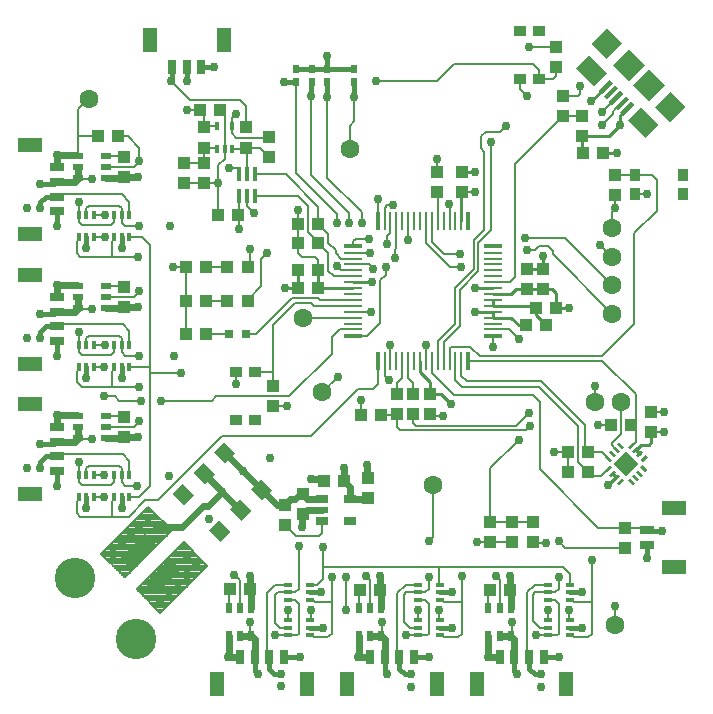
<source format=gtl>
G75*
%MOIN*%
%OFA0B0*%
%FSLAX24Y24*%
%IPPOS*%
%LPD*%
%AMOC8*
5,1,8,0,0,1.08239X$1,22.5*
%
%ADD10R,0.0110X0.0591*%
%ADD11R,0.0591X0.0110*%
%ADD12R,0.0157X0.0591*%
%ADD13R,0.0591X0.0157*%
%ADD14R,0.0394X0.0394*%
%ADD15R,0.0157X0.0531*%
%ADD16R,0.0827X0.0630*%
%ADD17R,0.0709X0.0748*%
%ADD18R,0.0748X0.0748*%
%ADD19R,0.0394X0.0354*%
%ADD20R,0.0354X0.0394*%
%ADD21R,0.0394X0.0315*%
%ADD22R,0.0394X0.0236*%
%ADD23R,0.0500X0.1181*%
%ADD24C,0.1349*%
%ADD25R,0.0315X0.0315*%
%ADD26R,0.0236X0.0315*%
%ADD27R,0.0472X0.0315*%
%ADD28R,0.0846X0.0512*%
%ADD29R,0.0315X0.0472*%
%ADD30R,0.0512X0.0846*%
%ADD31R,0.0354X0.0217*%
%ADD32R,0.0165X0.0303*%
%ADD33R,0.0303X0.0165*%
%ADD34R,0.0217X0.0354*%
%ADD35R,0.0140X0.0500*%
%ADD36R,0.0098X0.0236*%
%ADD37R,0.0591X0.0591*%
%ADD38C,0.0630*%
%ADD39R,0.0472X0.0551*%
%ADD40C,0.0079*%
%ADD41C,0.0302*%
%ADD42C,0.0236*%
%ADD43C,0.0157*%
%ADD44C,0.0197*%
%ADD45C,0.0089*%
%ADD46C,0.0110*%
%ADD47C,0.0217*%
D10*
X013013Y011970D03*
X013210Y011970D03*
X013407Y011970D03*
X013604Y011970D03*
X013801Y011970D03*
X013998Y011970D03*
X014194Y011970D03*
X014391Y011970D03*
X014588Y011970D03*
X014785Y011970D03*
X014982Y011970D03*
X015179Y011970D03*
X015376Y011970D03*
X015572Y011970D03*
X015572Y016616D03*
X015376Y016616D03*
X015179Y016616D03*
X014982Y016616D03*
X014785Y016616D03*
X014588Y016616D03*
X014391Y016616D03*
X014194Y016616D03*
X013998Y016616D03*
X013801Y016616D03*
X013604Y016616D03*
X013407Y016616D03*
X013210Y016616D03*
X013013Y016616D03*
D11*
X011970Y015572D03*
X011970Y015376D03*
X011970Y015179D03*
X011970Y014982D03*
X011970Y014785D03*
X011970Y014588D03*
X011970Y014391D03*
X011970Y014194D03*
X011970Y013998D03*
X011970Y013801D03*
X011970Y013604D03*
X011970Y013407D03*
X011970Y013210D03*
X011970Y013013D03*
X016616Y013013D03*
X016616Y013210D03*
X016616Y013407D03*
X016616Y013604D03*
X016616Y013801D03*
X016616Y013998D03*
X016616Y014194D03*
X016616Y014391D03*
X016616Y014588D03*
X016616Y014785D03*
X016616Y014982D03*
X016616Y015179D03*
X016616Y015376D03*
X016616Y015572D03*
D12*
X015793Y016616D03*
X012793Y016616D03*
X012793Y011970D03*
X015793Y011970D03*
D13*
X016616Y012793D03*
X016616Y015793D03*
X011970Y015793D03*
X011970Y012793D03*
D14*
X010809Y014411D03*
X010809Y015002D03*
X010139Y015002D03*
X010139Y014411D03*
X010139Y015907D03*
X010139Y016537D03*
X010809Y016537D03*
X010809Y015907D03*
X008446Y015080D03*
X007777Y015080D03*
X007069Y015080D03*
X006399Y015080D03*
X006399Y013978D03*
X007069Y013978D03*
X007777Y013978D03*
X008446Y013978D03*
X007069Y012876D03*
X006399Y012876D03*
X004332Y013761D03*
X004332Y014431D03*
X007462Y016813D03*
X008131Y016813D03*
X007009Y017895D03*
X006340Y017895D03*
X006340Y018565D03*
X007009Y018565D03*
X007009Y019076D03*
X007009Y019746D03*
X006872Y020317D03*
X007541Y020317D03*
X008387Y019746D03*
X008387Y019076D03*
X009175Y018761D03*
X009175Y019431D03*
X004332Y018761D03*
X004332Y018092D03*
X004116Y019450D03*
X003446Y019450D03*
X009293Y011124D03*
X009293Y010454D03*
X010998Y007954D03*
X011667Y007954D03*
X012454Y008072D03*
X012454Y007403D03*
X010285Y007533D03*
X010285Y006864D03*
X009679Y007171D03*
X009679Y006502D03*
X008525Y004372D03*
X007856Y004372D03*
X012187Y004332D03*
X012856Y004332D03*
X016517Y004332D03*
X017187Y004332D03*
X017246Y005927D03*
X017246Y006596D03*
X017954Y006596D03*
X017954Y005927D03*
X016537Y005927D03*
X016537Y006596D03*
X019116Y008269D03*
X019785Y008269D03*
X019785Y008939D03*
X019116Y008939D03*
X020572Y009844D03*
X021242Y009844D03*
X021891Y009588D03*
X021891Y010257D03*
X018407Y013151D03*
X018722Y013742D03*
X018053Y013742D03*
X017738Y013151D03*
X017757Y014352D03*
X018309Y014352D03*
X018309Y015021D03*
X017757Y015021D03*
X015592Y017580D03*
X015592Y018250D03*
X014765Y018250D03*
X014765Y017580D03*
X018978Y020139D03*
X019608Y020139D03*
X019608Y019470D03*
X019628Y018899D03*
X020297Y018899D03*
X020710Y018171D03*
X020710Y017502D03*
X018978Y020809D03*
X018742Y021754D03*
X018742Y022423D03*
X014529Y010848D03*
X013978Y010848D03*
X013427Y010848D03*
X013427Y010179D03*
X012891Y010167D03*
X012222Y010167D03*
X013978Y010179D03*
X014529Y010179D03*
X021025Y006399D03*
X021025Y005730D03*
X004332Y009431D03*
X004332Y010100D03*
D15*
G36*
X020511Y021345D02*
X020621Y021235D01*
X020247Y020861D01*
X020137Y020971D01*
X020511Y021345D01*
G37*
G36*
X020692Y021164D02*
X020802Y021054D01*
X020428Y020680D01*
X020318Y020790D01*
X020692Y021164D01*
G37*
G36*
X020873Y020983D02*
X020983Y020873D01*
X020609Y020499D01*
X020499Y020609D01*
X020873Y020983D01*
G37*
G36*
X021054Y020802D02*
X021164Y020692D01*
X020790Y020318D01*
X020680Y020428D01*
X021054Y020802D01*
G37*
G36*
X021235Y020621D02*
X021345Y020511D01*
X020971Y020137D01*
X020861Y020247D01*
X021235Y020621D01*
G37*
D16*
G36*
X021569Y020426D02*
X022152Y019843D01*
X021707Y019398D01*
X021124Y019981D01*
X021569Y020426D01*
G37*
G36*
X019843Y022152D02*
X020426Y021569D01*
X019981Y021124D01*
X019398Y021707D01*
X019843Y022152D01*
G37*
D17*
G36*
X020441Y023057D02*
X020941Y022557D01*
X020413Y022029D01*
X019913Y022529D01*
X020441Y023057D01*
G37*
G36*
X022557Y020941D02*
X023057Y020441D01*
X022529Y019913D01*
X022029Y020413D01*
X022557Y020941D01*
G37*
D18*
G36*
X021819Y021679D02*
X022347Y021151D01*
X021819Y020623D01*
X021291Y021151D01*
X021819Y021679D01*
G37*
G36*
X021151Y022347D02*
X021679Y021819D01*
X021151Y021291D01*
X020623Y021819D01*
X021151Y022347D01*
G37*
D19*
X018151Y022974D03*
X017521Y022974D03*
X017521Y021360D03*
X018151Y021360D03*
X008702Y011596D03*
X008072Y011596D03*
X008072Y009982D03*
X008702Y009982D03*
D20*
X021360Y017521D03*
X021360Y018151D03*
X022974Y018151D03*
X022974Y017521D03*
D21*
X011876Y007376D03*
X011876Y006628D03*
X010931Y006628D03*
X010931Y007376D03*
D22*
X010931Y007002D03*
D23*
G36*
X005391Y004203D02*
X005038Y004556D01*
X005871Y005389D01*
X006224Y005036D01*
X005391Y004203D01*
G37*
G36*
X004556Y005038D02*
X004203Y005391D01*
X005036Y006224D01*
X005389Y005871D01*
X004556Y005038D01*
G37*
D24*
X002686Y004718D03*
X004718Y002686D03*
D25*
X007817Y012876D03*
X008407Y012876D03*
D26*
X010057Y021265D03*
X010057Y021698D03*
X010584Y021698D03*
X010584Y021265D03*
X011112Y021265D03*
X011112Y021698D03*
X011994Y021698D03*
X011994Y021265D03*
D27*
X002088Y018427D03*
X002088Y017935D03*
X002088Y017443D03*
X002088Y016950D03*
X002088Y014096D03*
X002088Y013604D03*
X002088Y013112D03*
X002088Y012620D03*
X002088Y009765D03*
X002088Y009273D03*
X002088Y008781D03*
X002088Y008289D03*
X021773Y006320D03*
X021773Y005828D03*
D28*
X022677Y005080D03*
X022677Y007069D03*
X001185Y007541D03*
X001185Y010513D03*
X001185Y011872D03*
X001185Y014844D03*
X001185Y016202D03*
X001185Y019175D03*
D29*
X005927Y021773D03*
X006419Y021773D03*
X006911Y021773D03*
X008191Y002088D03*
X008683Y002088D03*
X009175Y002088D03*
X009667Y002088D03*
X012521Y002088D03*
X013013Y002088D03*
X013506Y002088D03*
X013998Y002088D03*
X016852Y002088D03*
X017344Y002088D03*
X017836Y002088D03*
X018328Y002088D03*
D30*
X019076Y001185D03*
X016104Y001185D03*
X014746Y001185D03*
X011773Y001185D03*
X010415Y001185D03*
X007443Y001185D03*
X007659Y022677D03*
X005179Y022677D03*
D31*
X003742Y018801D03*
X003742Y018427D03*
X003742Y018053D03*
X002797Y018053D03*
X002797Y018427D03*
X002797Y018801D03*
X002797Y014470D03*
X002797Y014096D03*
X002797Y013722D03*
X003742Y013722D03*
X003742Y014096D03*
X003742Y014470D03*
X003742Y010139D03*
X003742Y009765D03*
X003742Y009391D03*
X002797Y009391D03*
X002797Y009765D03*
X002797Y010139D03*
D32*
X002817Y011754D03*
X003072Y011754D03*
X003328Y011754D03*
X003998Y011754D03*
X004254Y011754D03*
X004509Y011754D03*
X004509Y012502D03*
X004254Y012502D03*
X003998Y012502D03*
X003328Y012502D03*
X003072Y012502D03*
X002817Y012502D03*
X002817Y016084D03*
X003072Y016084D03*
X003328Y016084D03*
X003998Y016084D03*
X004254Y016084D03*
X004509Y016084D03*
X004509Y016832D03*
X004254Y016832D03*
X003998Y016832D03*
X003328Y016832D03*
X003072Y016832D03*
X002817Y016832D03*
X007423Y019037D03*
X007679Y019037D03*
X007935Y019037D03*
X007935Y019785D03*
X007423Y019785D03*
X004509Y008171D03*
X004254Y008171D03*
X003998Y008171D03*
X003328Y008171D03*
X003072Y008171D03*
X002817Y008171D03*
X002817Y007423D03*
X003072Y007423D03*
X003328Y007423D03*
X003998Y007423D03*
X004254Y007423D03*
X004509Y007423D03*
D33*
X009785Y004509D03*
X009785Y004254D03*
X009785Y003998D03*
X009785Y003328D03*
X009785Y003072D03*
X009785Y002817D03*
X010533Y002817D03*
X010533Y003072D03*
X010533Y003328D03*
X010533Y003998D03*
X010533Y004254D03*
X010533Y004509D03*
X014116Y004509D03*
X014116Y004254D03*
X014116Y003998D03*
X014116Y003328D03*
X014116Y003072D03*
X014116Y002817D03*
X014864Y002817D03*
X014864Y003072D03*
X014864Y003328D03*
X014864Y003998D03*
X014864Y004254D03*
X014864Y004509D03*
X018446Y004509D03*
X018446Y004254D03*
X018446Y003998D03*
X018446Y003328D03*
X018446Y003072D03*
X018446Y002817D03*
X019194Y002817D03*
X019194Y003072D03*
X019194Y003328D03*
X019194Y003998D03*
X019194Y004254D03*
X019194Y004509D03*
D34*
X017226Y003742D03*
X016852Y003742D03*
X016478Y003742D03*
X016478Y002797D03*
X016852Y002797D03*
X017226Y002797D03*
X012895Y002797D03*
X012521Y002797D03*
X012147Y002797D03*
X012147Y003742D03*
X012521Y003742D03*
X012895Y003742D03*
X008565Y003742D03*
X008191Y003742D03*
X007817Y003742D03*
X007817Y002797D03*
X008191Y002797D03*
X008565Y002797D03*
D35*
X008687Y017476D03*
X008427Y017476D03*
X008167Y017476D03*
X008167Y018196D03*
X008427Y018196D03*
X008687Y018196D03*
D36*
G36*
X020584Y008678D02*
X020514Y008608D01*
X020348Y008774D01*
X020418Y008844D01*
X020584Y008678D01*
G37*
G36*
X020723Y008817D02*
X020653Y008747D01*
X020487Y008913D01*
X020557Y008983D01*
X020723Y008817D01*
G37*
G36*
X020862Y008956D02*
X020792Y008886D01*
X020626Y009052D01*
X020696Y009122D01*
X020862Y008956D01*
G37*
G36*
X021002Y009095D02*
X020932Y009025D01*
X020766Y009191D01*
X020836Y009261D01*
X021002Y009095D01*
G37*
G36*
X021198Y009025D02*
X021128Y009095D01*
X021294Y009261D01*
X021364Y009191D01*
X021198Y009025D01*
G37*
G36*
X021337Y008886D02*
X021267Y008956D01*
X021433Y009122D01*
X021503Y009052D01*
X021337Y008886D01*
G37*
G36*
X021476Y008747D02*
X021406Y008817D01*
X021572Y008983D01*
X021642Y008913D01*
X021476Y008747D01*
G37*
G36*
X021615Y008608D02*
X021545Y008678D01*
X021711Y008844D01*
X021781Y008774D01*
X021615Y008608D01*
G37*
G36*
X021781Y008316D02*
X021711Y008246D01*
X021545Y008412D01*
X021615Y008482D01*
X021781Y008316D01*
G37*
G36*
X021642Y008177D02*
X021572Y008107D01*
X021406Y008273D01*
X021476Y008343D01*
X021642Y008177D01*
G37*
G36*
X021503Y008038D02*
X021433Y007968D01*
X021267Y008134D01*
X021337Y008204D01*
X021503Y008038D01*
G37*
G36*
X021364Y007898D02*
X021294Y007828D01*
X021128Y007994D01*
X021198Y008064D01*
X021364Y007898D01*
G37*
G36*
X020836Y007828D02*
X020766Y007898D01*
X020932Y008064D01*
X021002Y007994D01*
X020836Y007828D01*
G37*
G36*
X020696Y007968D02*
X020626Y008038D01*
X020792Y008204D01*
X020862Y008134D01*
X020696Y007968D01*
G37*
G36*
X020557Y008107D02*
X020487Y008177D01*
X020653Y008343D01*
X020723Y008273D01*
X020557Y008107D01*
G37*
G36*
X020418Y008246D02*
X020348Y008316D01*
X020514Y008482D01*
X020584Y008412D01*
X020418Y008246D01*
G37*
D37*
G36*
X021065Y008128D02*
X020648Y008545D01*
X021065Y008962D01*
X021482Y008545D01*
X021065Y008128D01*
G37*
D38*
X020907Y010592D03*
X020041Y010592D03*
X020592Y013545D03*
X020592Y014490D03*
X020592Y015435D03*
X020592Y016380D03*
X014643Y007828D03*
X010943Y010915D03*
X010293Y013411D03*
X011848Y019033D03*
X003151Y020710D03*
X020710Y003151D03*
D39*
G36*
X009269Y007657D02*
X008935Y007323D01*
X008547Y007711D01*
X008881Y008045D01*
X009269Y007657D01*
G37*
G36*
X008573Y006961D02*
X008239Y006627D01*
X007851Y007015D01*
X008185Y007349D01*
X008573Y006961D01*
G37*
G36*
X007877Y006265D02*
X007543Y005931D01*
X007155Y006319D01*
X007489Y006653D01*
X007877Y006265D01*
G37*
G36*
X006653Y007489D02*
X006319Y007155D01*
X005931Y007543D01*
X006265Y007877D01*
X006653Y007489D01*
G37*
G36*
X007349Y008185D02*
X007015Y007851D01*
X006627Y008239D01*
X006961Y008573D01*
X007349Y008185D01*
G37*
G36*
X008045Y008881D02*
X007711Y008547D01*
X007323Y008935D01*
X007657Y009269D01*
X008045Y008881D01*
G37*
D40*
X007600Y009450D02*
X010553Y009450D01*
X012128Y011025D01*
X012639Y011025D01*
X012793Y011179D01*
X012793Y011970D01*
X013013Y011970D02*
X013013Y011478D01*
X013151Y011340D01*
X013427Y011222D02*
X013427Y010848D01*
X013427Y011222D02*
X013604Y011399D01*
X013604Y011970D01*
X013801Y011970D02*
X013801Y011399D01*
X013978Y011222D01*
X013978Y010848D01*
X013978Y010179D02*
X013978Y009883D01*
X014057Y009805D01*
X017403Y009805D01*
X017836Y010238D01*
X017876Y009805D02*
X017718Y009647D01*
X013545Y009647D01*
X013427Y009765D01*
X013427Y010179D01*
X013415Y010167D01*
X012891Y010167D01*
X012222Y010167D02*
X012222Y010655D01*
X011458Y011431D02*
X010943Y010915D01*
X009844Y010789D02*
X007403Y010789D01*
X007246Y010631D01*
X005553Y010631D01*
X004883Y010631D02*
X004175Y010631D01*
X004017Y010789D01*
X003663Y010789D01*
X003939Y011104D02*
X004844Y011104D01*
X005198Y011576D02*
X006222Y011576D01*
X005198Y011576D02*
X005198Y011734D01*
X005179Y011754D01*
X004509Y011754D01*
X004372Y012128D02*
X004844Y012128D01*
X005198Y011734D02*
X005198Y015828D01*
X004943Y016084D01*
X004509Y016084D01*
X004372Y016458D02*
X004844Y016458D01*
X004372Y016458D02*
X004254Y016576D01*
X004254Y016832D01*
X004254Y017049D01*
X004175Y017128D01*
X003151Y017128D01*
X003072Y017049D01*
X003072Y016832D01*
X002817Y016832D02*
X002817Y016596D01*
X002915Y016498D01*
X003899Y016498D01*
X003998Y016596D01*
X003998Y016832D01*
X003683Y016832D02*
X003328Y016832D01*
X002817Y016832D02*
X002817Y017246D01*
X002167Y017521D02*
X004254Y017521D01*
X004509Y017265D01*
X004509Y016832D01*
X003998Y016084D02*
X003998Y016006D01*
X003939Y015946D01*
X003939Y015435D01*
X004805Y015435D01*
X003939Y015435D02*
X002876Y015435D01*
X002757Y015553D01*
X002757Y015946D01*
X002817Y016006D01*
X002817Y016084D01*
X003328Y016084D02*
X003683Y016084D01*
X002167Y017521D02*
X002088Y017443D01*
X002797Y018053D02*
X002817Y018033D01*
X003269Y018033D01*
X003742Y018427D02*
X004647Y018427D01*
X004844Y018624D01*
X004844Y019057D01*
X004450Y019450D01*
X004116Y019450D01*
X003446Y019450D02*
X002797Y019450D01*
X002797Y018801D01*
X002797Y019450D02*
X002797Y020356D01*
X003151Y020710D01*
X003742Y018801D02*
X004293Y018801D01*
X004332Y018761D01*
X006340Y018565D02*
X007009Y018565D01*
X007009Y019076D01*
X007383Y019076D01*
X007423Y019037D01*
X007679Y019037D02*
X007679Y018702D01*
X007462Y018486D01*
X007462Y017895D01*
X007009Y017895D01*
X006340Y017895D01*
X007462Y017895D02*
X007462Y016813D01*
X008131Y016813D02*
X008167Y016848D01*
X008167Y016356D01*
X008167Y016848D02*
X008167Y017476D01*
X008427Y017476D02*
X008427Y017128D01*
X008663Y016891D01*
X008687Y017476D02*
X010125Y017476D01*
X010474Y017128D01*
X010474Y016261D01*
X010809Y015927D01*
X010809Y015907D01*
X011143Y015572D01*
X011143Y014962D01*
X011320Y014785D01*
X011970Y014785D01*
X011970Y014982D02*
X011557Y014982D01*
X011419Y015120D01*
X011557Y015376D02*
X011380Y015553D01*
X011380Y015671D01*
X011143Y015907D01*
X011143Y016202D01*
X010809Y016537D01*
X010809Y017108D01*
X009720Y018196D01*
X008687Y018196D01*
X008427Y018196D02*
X008427Y019037D01*
X008387Y019076D01*
X008407Y019057D01*
X008860Y019057D01*
X009155Y018761D01*
X009175Y018761D01*
X009155Y019411D02*
X009175Y019431D01*
X009155Y019411D02*
X008072Y019411D01*
X007935Y019549D01*
X007935Y019785D01*
X007935Y020061D01*
X008072Y020198D01*
X007679Y020179D02*
X007541Y020317D01*
X007521Y020297D01*
X007679Y020179D02*
X007679Y019037D01*
X007935Y019037D02*
X008348Y019037D01*
X008387Y019076D01*
X008167Y018387D02*
X007836Y018387D01*
X008167Y018387D02*
X008167Y018196D01*
X008387Y019746D02*
X008387Y020474D01*
X008191Y020671D01*
X006537Y020671D01*
X005907Y021301D01*
X006419Y020317D02*
X006872Y020317D01*
X007009Y020179D01*
X007009Y019746D01*
X007049Y019785D01*
X007423Y019785D01*
X006872Y020317D02*
X006852Y020297D01*
X010057Y021265D02*
X010057Y018214D01*
X011419Y016852D01*
X011419Y016576D01*
X011813Y016576D02*
X011813Y016891D01*
X010553Y018151D01*
X010553Y020789D01*
X011112Y020757D02*
X011112Y018065D01*
X012246Y016931D01*
X012246Y016576D01*
X012793Y016616D02*
X012797Y016620D01*
X012797Y017364D01*
X013013Y017069D02*
X013013Y016616D01*
X013210Y016616D02*
X013210Y016242D01*
X013112Y016143D01*
X013112Y015868D01*
X013348Y015671D02*
X013348Y015395D01*
X013348Y015671D02*
X013407Y015730D01*
X013407Y016616D01*
X013801Y016616D02*
X013801Y016006D01*
X014391Y015887D02*
X014391Y016616D01*
X014588Y016616D02*
X014588Y015927D01*
X015002Y015513D01*
X015513Y015513D01*
X015986Y015041D02*
X015986Y015986D01*
X016340Y016340D01*
X016340Y018939D01*
X016222Y019057D01*
X016222Y019450D01*
X016380Y019608D01*
X016852Y019608D01*
X017049Y019805D01*
X016557Y019273D02*
X016557Y016320D01*
X016143Y015907D01*
X016143Y014962D01*
X015513Y014332D01*
X015513Y013112D01*
X014982Y012580D01*
X014982Y011970D01*
X015179Y011970D02*
X015179Y012383D01*
X015238Y012443D01*
X015868Y012443D01*
X016183Y012128D01*
X020277Y012128D01*
X021340Y013191D01*
X021340Y016222D01*
X022088Y016970D01*
X022088Y017994D01*
X021931Y018151D01*
X021360Y018151D01*
X021340Y018171D01*
X020710Y018171D01*
X020710Y017502D02*
X020710Y017049D01*
X020592Y016931D01*
X020592Y016380D01*
X020198Y015828D02*
X020592Y015435D01*
X020592Y014490D02*
X019017Y016065D01*
X017679Y016065D01*
X017757Y015671D02*
X018033Y015671D01*
X018151Y015789D01*
X018466Y015789D01*
X018624Y015631D01*
X018624Y015513D01*
X020592Y013545D01*
X020277Y011970D02*
X015793Y011970D01*
X015572Y011970D02*
X015572Y011478D01*
X015750Y011301D01*
X018230Y011301D01*
X019687Y009844D01*
X019687Y009037D01*
X019785Y008939D01*
X020253Y008939D01*
X020466Y008726D01*
X020466Y008364D02*
X020214Y008112D01*
X019943Y008112D01*
X019785Y008269D01*
X019450Y008604D01*
X019450Y009805D01*
X018151Y011104D01*
X015592Y011104D01*
X015376Y011320D01*
X015376Y011970D01*
X014785Y011970D02*
X014785Y012620D01*
X015356Y013191D01*
X015356Y014411D01*
X015986Y015041D01*
X015553Y015080D02*
X015198Y015080D01*
X014391Y015887D01*
X014785Y016616D02*
X014785Y017561D01*
X014765Y017580D01*
X015159Y017206D02*
X015179Y017187D01*
X015179Y016616D01*
X015592Y017580D02*
X016045Y017580D01*
X017364Y018525D02*
X018978Y020139D01*
X019608Y020139D01*
X020277Y020277D02*
X020741Y020741D01*
X020922Y020560D02*
X020678Y020317D01*
X020671Y020317D01*
X020631Y020277D01*
X020631Y020198D01*
X020277Y019844D01*
X019608Y018919D02*
X019628Y018899D01*
X021360Y017521D02*
X021773Y017521D01*
X019470Y020809D02*
X018978Y020809D01*
X019470Y020809D02*
X019529Y020868D01*
X019529Y021143D01*
X018742Y021458D02*
X018742Y021754D01*
X018742Y021458D02*
X018643Y021360D01*
X018151Y021360D01*
X018151Y021655D01*
X017954Y021852D01*
X015317Y021852D01*
X014765Y021301D01*
X012718Y021301D01*
X011994Y020773D02*
X011994Y019946D01*
X011852Y019805D01*
X011852Y019037D01*
X011848Y019033D01*
X013112Y017167D02*
X013013Y017069D01*
X013112Y017167D02*
X013309Y017167D01*
X012482Y016025D02*
X012049Y016025D01*
X011970Y015946D01*
X011970Y015793D01*
X011970Y015572D02*
X012521Y015572D01*
X012502Y015179D02*
X011970Y015179D01*
X011970Y015376D02*
X011557Y015376D01*
X010809Y015336D02*
X010809Y015002D01*
X010809Y015336D02*
X010710Y015435D01*
X010277Y015435D01*
X010139Y015572D01*
X010139Y015907D01*
X010139Y016537D01*
X010139Y016990D01*
X009096Y015572D02*
X008899Y015376D01*
X008899Y014450D01*
X008446Y013998D01*
X008446Y013978D01*
X007777Y013978D02*
X007069Y013978D01*
X006399Y013978D02*
X006399Y012876D01*
X007069Y012876D02*
X007817Y012876D01*
X008407Y012876D02*
X008742Y012876D01*
X009923Y014057D01*
X010789Y014057D01*
X010848Y013998D01*
X011970Y013998D01*
X011970Y013801D02*
X010651Y013801D01*
X010553Y013899D01*
X010041Y013899D01*
X009293Y013151D01*
X009293Y011616D01*
X009273Y011596D01*
X008702Y011596D01*
X009293Y011616D02*
X009293Y011124D01*
X009844Y010789D02*
X011261Y012206D01*
X011261Y012757D01*
X011517Y013013D01*
X011970Y013013D01*
X011970Y012793D02*
X012439Y012793D01*
X012876Y013230D01*
X012876Y014647D01*
X013072Y014844D01*
X013072Y015080D01*
X012639Y015041D02*
X012502Y015179D01*
X012521Y015159D02*
X012639Y015041D01*
X012561Y013604D02*
X011970Y013604D01*
X011970Y013407D02*
X010297Y013407D01*
X010293Y013411D01*
X008545Y015179D02*
X008545Y015710D01*
X008545Y015179D02*
X008446Y015080D01*
X007777Y015080D02*
X007069Y015080D01*
X006399Y015080D02*
X005946Y015080D01*
X006399Y015080D02*
X006399Y013978D01*
X004844Y014293D02*
X004647Y014096D01*
X003742Y014096D01*
X003742Y014470D02*
X004293Y014470D01*
X004332Y014431D01*
X004293Y013191D02*
X004509Y012974D01*
X004509Y012502D01*
X004254Y012502D02*
X004254Y012246D01*
X004372Y012128D01*
X004254Y012502D02*
X004254Y012718D01*
X004175Y012797D01*
X003151Y012797D01*
X003072Y012718D01*
X003072Y012502D01*
X002817Y012502D02*
X002817Y012265D01*
X002915Y012167D01*
X003899Y012167D01*
X003998Y012265D01*
X003998Y012502D01*
X003683Y012502D02*
X003328Y012502D01*
X002817Y012502D02*
X002817Y012915D01*
X002167Y013191D02*
X004293Y013191D01*
X003269Y013702D02*
X002817Y013702D01*
X002797Y013722D01*
X002167Y013191D02*
X002088Y013112D01*
X002817Y011754D02*
X002817Y011675D01*
X002757Y011616D01*
X002757Y011261D01*
X002915Y011104D01*
X003939Y011104D01*
X003939Y011616D01*
X003998Y011675D01*
X003998Y011754D01*
X003663Y011754D02*
X003328Y011754D01*
X003742Y010139D02*
X004293Y010139D01*
X004332Y010100D01*
X004647Y009765D02*
X004844Y009962D01*
X004647Y009765D02*
X003742Y009765D01*
X003269Y009372D02*
X002817Y009372D01*
X002797Y009391D01*
X002167Y008860D02*
X004293Y008860D01*
X004509Y008643D01*
X004509Y008171D01*
X004254Y008171D02*
X004254Y007915D01*
X004372Y007797D01*
X004765Y007797D01*
X004824Y007423D02*
X004509Y007423D01*
X004824Y007423D02*
X005198Y007797D01*
X005198Y011576D01*
X007600Y009450D02*
X005474Y007324D01*
X005041Y007324D01*
X004490Y006773D01*
X003939Y006773D01*
X002876Y006773D01*
X002757Y006891D01*
X002757Y007285D01*
X002817Y007344D01*
X002817Y007423D01*
X002915Y007836D02*
X003899Y007836D01*
X003998Y007935D01*
X003998Y008171D01*
X004254Y008171D02*
X004254Y008387D01*
X004175Y008466D01*
X003151Y008466D01*
X003072Y008387D01*
X003072Y008171D01*
X002817Y008171D02*
X002817Y007935D01*
X002915Y007836D01*
X003328Y007423D02*
X003663Y007423D01*
X003939Y007285D02*
X003939Y006773D01*
X003939Y007285D02*
X003998Y007344D01*
X003998Y007423D01*
X003663Y008171D02*
X003328Y008171D01*
X002817Y008171D02*
X002817Y008584D01*
X002167Y008860D02*
X002088Y008781D01*
X004485Y006453D02*
X005794Y006453D01*
X005871Y006376D02*
X004408Y006376D01*
X004330Y006299D02*
X005905Y006299D01*
X005927Y006320D02*
X004352Y004746D01*
X003565Y005533D01*
X005139Y007108D01*
X005927Y006320D01*
X005828Y006222D02*
X004253Y006222D01*
X004176Y006144D02*
X005751Y006144D01*
X005673Y006067D02*
X004099Y006067D01*
X004021Y005990D02*
X005596Y005990D01*
X005519Y005913D02*
X003944Y005913D01*
X003867Y005835D02*
X005442Y005835D01*
X005365Y005758D02*
X003790Y005758D01*
X003712Y005681D02*
X005287Y005681D01*
X005210Y005604D02*
X003635Y005604D01*
X003571Y005527D02*
X005133Y005527D01*
X005056Y005449D02*
X003648Y005449D01*
X003726Y005372D02*
X004978Y005372D01*
X004901Y005295D02*
X003803Y005295D01*
X003880Y005218D02*
X004824Y005218D01*
X004747Y005140D02*
X003957Y005140D01*
X004035Y005063D02*
X004669Y005063D01*
X004592Y004986D02*
X004112Y004986D01*
X004189Y004909D02*
X004515Y004909D01*
X004438Y004831D02*
X004266Y004831D01*
X004344Y004754D02*
X004360Y004754D01*
X004762Y004368D02*
X006336Y004368D01*
X006259Y004291D02*
X004807Y004291D01*
X004746Y004352D02*
X005533Y003565D01*
X007108Y005139D01*
X006320Y005927D01*
X004746Y004352D01*
X004839Y004445D02*
X006414Y004445D01*
X006491Y004522D02*
X004916Y004522D01*
X004993Y004600D02*
X006568Y004600D01*
X006645Y004677D02*
X005071Y004677D01*
X005148Y004754D02*
X006723Y004754D01*
X006800Y004831D02*
X005225Y004831D01*
X005302Y004909D02*
X006877Y004909D01*
X006954Y004986D02*
X005380Y004986D01*
X005457Y005063D02*
X007032Y005063D01*
X007107Y005140D02*
X005534Y005140D01*
X005611Y005218D02*
X007030Y005218D01*
X006952Y005295D02*
X005688Y005295D01*
X005766Y005372D02*
X006875Y005372D01*
X006798Y005449D02*
X005843Y005449D01*
X005920Y005527D02*
X006721Y005527D01*
X006643Y005604D02*
X005997Y005604D01*
X006075Y005681D02*
X006566Y005681D01*
X006489Y005758D02*
X006152Y005758D01*
X006229Y005835D02*
X006412Y005835D01*
X006335Y005913D02*
X006306Y005913D01*
X005717Y006531D02*
X004562Y006531D01*
X004639Y006608D02*
X005639Y006608D01*
X005562Y006685D02*
X004717Y006685D01*
X004794Y006762D02*
X005485Y006762D01*
X005408Y006840D02*
X004871Y006840D01*
X004948Y006917D02*
X005330Y006917D01*
X005253Y006994D02*
X005026Y006994D01*
X005103Y007071D02*
X005176Y007071D01*
X007856Y004372D02*
X007817Y004332D01*
X007817Y003742D01*
X008191Y003742D02*
X008191Y004647D01*
X007994Y004844D01*
X009096Y004214D02*
X009096Y002167D01*
X009175Y002088D01*
X009372Y002836D02*
X009765Y002836D01*
X009785Y002817D01*
X010100Y002817D01*
X010159Y002876D01*
X010159Y003860D01*
X010021Y003998D01*
X009785Y003998D01*
X009785Y004254D02*
X010041Y004254D01*
X010159Y004372D01*
X010159Y005789D01*
X010057Y006124D02*
X010828Y006124D01*
X010931Y006226D01*
X010931Y006628D01*
X010946Y005750D02*
X010946Y005080D01*
X010946Y004687D01*
X010769Y004509D01*
X010533Y004509D01*
X010553Y004529D01*
X010671Y004529D01*
X010553Y004017D02*
X010533Y003998D01*
X010651Y003998D01*
X010710Y003939D01*
X011261Y003939D01*
X011261Y004765D01*
X010946Y005080D02*
X014844Y005080D01*
X018978Y005080D01*
X019194Y004864D01*
X019194Y004509D01*
X018820Y004372D02*
X018702Y004254D01*
X018446Y004254D01*
X018033Y004254D01*
X017954Y004175D01*
X017954Y003309D01*
X018191Y003072D01*
X018446Y003072D01*
X018446Y002817D02*
X018053Y002817D01*
X018446Y002817D02*
X018761Y002817D01*
X018820Y002876D01*
X018820Y003860D01*
X018683Y003998D01*
X018446Y003998D01*
X018446Y003663D02*
X018446Y003328D01*
X019175Y003328D02*
X019175Y003663D01*
X019332Y003939D02*
X019273Y003998D01*
X019194Y003998D01*
X019332Y003939D02*
X019923Y003939D01*
X019923Y005317D01*
X019037Y005730D02*
X018820Y005946D01*
X019037Y005730D02*
X021025Y005730D01*
X021025Y006399D02*
X020139Y006399D01*
X018191Y008348D01*
X018191Y010592D01*
X017954Y010828D01*
X015317Y010828D01*
X014588Y011557D01*
X014588Y011970D01*
X014391Y011970D02*
X014391Y012502D01*
X013210Y012502D02*
X013210Y011970D01*
X014529Y010179D02*
X014588Y010120D01*
X014962Y010120D01*
X016537Y008387D02*
X017482Y009332D01*
X016537Y008387D02*
X016537Y006596D01*
X017246Y006596D01*
X017954Y006596D01*
X017954Y005927D02*
X017974Y005907D01*
X018387Y005907D01*
X017246Y005927D02*
X016537Y005927D01*
X016084Y005927D01*
X015592Y004805D02*
X015592Y003939D01*
X015592Y002876D01*
X015474Y002757D01*
X015002Y002757D01*
X014943Y002817D01*
X014864Y002817D01*
X014490Y002876D02*
X014431Y002817D01*
X014116Y002817D01*
X013722Y002817D01*
X013860Y003072D02*
X014116Y003072D01*
X013860Y003072D02*
X013663Y003269D01*
X013663Y004175D01*
X013742Y004254D01*
X014116Y004254D01*
X014372Y004254D01*
X014490Y004372D01*
X014490Y004765D01*
X014116Y004509D02*
X013722Y004509D01*
X013427Y004214D01*
X013427Y002167D01*
X013506Y002088D01*
X013466Y002128D01*
X012895Y002797D02*
X012915Y002817D01*
X012915Y003269D01*
X012521Y003742D02*
X012521Y004647D01*
X012403Y004785D01*
X012187Y004332D02*
X012147Y004293D01*
X012147Y003742D01*
X011734Y003663D02*
X011734Y004765D01*
X011261Y003939D02*
X011261Y002876D01*
X011104Y002757D01*
X010671Y002757D01*
X010612Y002817D01*
X010533Y002817D01*
X010533Y003328D02*
X010553Y003348D01*
X010553Y003663D01*
X009805Y003663D02*
X009805Y003348D01*
X009785Y003328D01*
X009785Y003072D02*
X009529Y003072D01*
X009372Y003230D01*
X009372Y004175D01*
X009450Y004254D01*
X009785Y004254D01*
X009765Y004490D02*
X009372Y004490D01*
X009096Y004214D01*
X009765Y004490D02*
X009785Y004509D01*
X008545Y003269D02*
X008545Y002817D01*
X008565Y002797D01*
X006182Y004213D02*
X004884Y004213D01*
X004961Y004136D02*
X006105Y004136D01*
X006027Y004059D02*
X005039Y004059D01*
X005116Y003982D02*
X005950Y003982D01*
X005873Y003904D02*
X005193Y003904D01*
X005270Y003827D02*
X005796Y003827D01*
X005718Y003750D02*
X005348Y003750D01*
X005425Y003673D02*
X005641Y003673D01*
X005564Y003596D02*
X005502Y003596D01*
X009679Y006502D02*
X010057Y006124D01*
X014116Y003998D02*
X014352Y003998D01*
X014490Y003860D01*
X014490Y002876D01*
X014116Y003328D02*
X014116Y003663D01*
X014844Y003663D02*
X014844Y003348D01*
X014864Y003328D01*
X015002Y003939D02*
X015592Y003939D01*
X015002Y003939D02*
X014943Y003998D01*
X014864Y003998D01*
X014864Y004509D02*
X014844Y004529D01*
X014844Y005080D01*
X014490Y005946D02*
X014643Y006100D01*
X014643Y007828D01*
X016734Y004785D02*
X016852Y004667D01*
X016852Y003742D01*
X016478Y003742D02*
X016478Y004293D01*
X016517Y004332D01*
X017757Y004254D02*
X017757Y002167D01*
X017836Y002088D01*
X017797Y002128D01*
X017226Y002797D02*
X017246Y002817D01*
X017246Y003269D01*
X017757Y004254D02*
X018013Y004509D01*
X018446Y004509D01*
X018820Y004372D02*
X018820Y004765D01*
X019923Y003939D02*
X019923Y002876D01*
X019805Y002757D01*
X019332Y002757D01*
X019273Y002817D01*
X019194Y002817D01*
X019194Y003328D02*
X019175Y003328D01*
X020710Y003151D02*
X020710Y003781D01*
X021025Y006399D02*
X021694Y006399D01*
X021773Y006320D01*
X021813Y006281D01*
X020744Y009004D02*
X020592Y009157D01*
X020592Y009214D01*
X020907Y009529D01*
X020907Y010592D01*
X021380Y010868D02*
X020277Y011970D01*
X020041Y011143D02*
X020041Y010592D01*
X020120Y009844D02*
X020572Y009844D01*
X021242Y009844D02*
X021380Y009706D01*
X021380Y009277D01*
X021246Y009143D01*
X021891Y009588D02*
X022344Y009588D01*
X022344Y010257D02*
X021891Y010257D01*
X021380Y009982D02*
X021380Y010868D01*
X021380Y009982D02*
X021242Y009844D01*
X019116Y008939D02*
X019116Y008269D01*
X019116Y008939D02*
X018663Y008939D01*
X016616Y012443D02*
X016616Y012793D01*
X016616Y013013D02*
X017147Y013013D01*
X017482Y012679D01*
X017187Y014588D02*
X016616Y014588D01*
X017187Y014588D02*
X017364Y014765D01*
X017364Y018525D01*
X017757Y020789D02*
X017521Y021025D01*
X017521Y021360D01*
X017817Y022423D02*
X018742Y022423D01*
X014765Y018702D02*
X014765Y018250D01*
X008072Y011596D02*
X008072Y011183D01*
X009293Y010454D02*
X009746Y010454D01*
D41*
X009746Y010454D03*
X009205Y008742D03*
X008289Y008303D03*
X007600Y007600D03*
X007156Y006694D03*
X005828Y008112D03*
X004765Y007797D03*
X004254Y007069D03*
X003663Y007423D03*
X003072Y007069D03*
X002088Y007797D03*
X001517Y008407D03*
X001084Y008387D03*
X001517Y009194D03*
X002088Y010159D03*
X003269Y009372D03*
X002817Y008584D03*
X003663Y008171D03*
X004785Y009431D03*
X004844Y009962D03*
X004883Y010631D03*
X004844Y011104D03*
X004254Y011399D03*
X003663Y011754D03*
X003072Y011399D03*
X003663Y010789D03*
X004844Y012128D03*
X005986Y012128D03*
X006222Y011576D03*
X005553Y010631D03*
X003683Y012502D03*
X002817Y012915D03*
X003269Y013702D03*
X002088Y014490D03*
X001517Y013525D03*
X001517Y012738D03*
X001084Y012718D03*
X002088Y012128D03*
X004785Y013761D03*
X004844Y014293D03*
X005946Y015080D03*
X004805Y015435D03*
X004254Y015730D03*
X003683Y016084D03*
X003072Y015730D03*
X002088Y016458D03*
X001517Y017069D03*
X001084Y017049D03*
X001517Y017856D03*
X002088Y018820D03*
X003269Y018033D03*
X002817Y017246D03*
X003683Y016832D03*
X004844Y016458D03*
X005868Y016458D03*
X004785Y018092D03*
X004844Y018624D03*
X006419Y020317D03*
X006419Y021301D03*
X005907Y021301D03*
X007324Y021773D03*
X008072Y020198D03*
X007836Y018387D03*
X007462Y017895D03*
X008663Y016891D03*
X008167Y016356D03*
X008545Y015710D03*
X009096Y015572D03*
X009687Y014411D03*
X011419Y015120D03*
X012521Y015572D03*
X012482Y016025D03*
X012246Y016576D03*
X011813Y016576D03*
X011419Y016576D03*
X010139Y016990D03*
X012639Y015041D03*
X013072Y015080D03*
X013348Y015395D03*
X013112Y015868D03*
X013801Y016006D03*
X013309Y017167D03*
X012797Y017364D03*
X014765Y018702D03*
X016045Y018250D03*
X016045Y017580D03*
X015159Y017206D03*
X015513Y015513D03*
X015553Y015080D03*
X016025Y014391D03*
X016025Y013604D03*
X016616Y012443D03*
X017482Y012679D03*
X019175Y013742D03*
X018309Y015474D03*
X017757Y015671D03*
X017679Y016065D03*
X020198Y015828D03*
X020710Y017049D03*
X021773Y017521D03*
X020750Y018899D03*
X020868Y019829D03*
X020277Y019844D03*
X020277Y020277D03*
X019908Y020631D03*
X019529Y021143D03*
X017757Y020789D03*
X017049Y019805D03*
X016557Y019273D03*
X017817Y022423D03*
X012718Y021301D03*
X011994Y020773D03*
X011112Y020757D03*
X010553Y020789D03*
X009651Y021265D03*
X011112Y022120D03*
X012580Y014588D03*
X012561Y013604D03*
X013210Y012502D03*
X013151Y011340D03*
X012222Y010655D03*
X011458Y011431D03*
X011655Y008387D03*
X012443Y008506D03*
X010553Y008033D03*
X010277Y006419D03*
X010159Y005789D03*
X010946Y005750D03*
X011261Y004765D03*
X011734Y004765D03*
X012403Y004785D03*
X012856Y004785D03*
X011734Y003663D03*
X010946Y003072D03*
X010553Y003663D03*
X010907Y004254D03*
X009805Y003663D03*
X009372Y002836D03*
X010198Y002088D03*
X009569Y001545D03*
X009569Y001112D03*
X008781Y001545D03*
X007797Y002088D03*
X008545Y003269D03*
X008525Y004785D03*
X007994Y004844D03*
X006714Y005139D03*
X006419Y004844D03*
X006124Y004549D03*
X005828Y004254D03*
X005533Y003958D03*
X006419Y005435D03*
X005435Y006419D03*
X005139Y006714D03*
X004844Y006419D03*
X004549Y006124D03*
X004254Y005828D03*
X003958Y005533D03*
X008072Y011183D03*
X014391Y012502D03*
X015238Y010513D03*
X014962Y010120D03*
X017482Y009332D03*
X017876Y009805D03*
X017836Y010238D03*
X018663Y008939D03*
X020120Y009844D03*
X020041Y011143D03*
X022344Y010257D03*
X022344Y009588D03*
X020474Y007815D03*
X022265Y006281D03*
X021773Y005395D03*
X020710Y003781D03*
X019608Y004254D03*
X019175Y003663D03*
X018446Y003663D03*
X018053Y002817D03*
X017246Y003269D03*
X016458Y002088D03*
X015277Y003072D03*
X014844Y003663D03*
X015277Y004254D03*
X015592Y004805D03*
X016084Y005927D03*
X016734Y004785D03*
X017187Y004785D03*
X018387Y005907D03*
X018820Y005946D03*
X018820Y004765D03*
X019923Y005317D03*
X019608Y003072D03*
X018820Y002088D03*
X018230Y001517D03*
X018230Y001084D03*
X017443Y001517D03*
X014490Y002088D03*
X013899Y001517D03*
X013899Y001084D03*
X013112Y001517D03*
X012128Y002088D03*
X012915Y003269D03*
X013722Y002817D03*
X014116Y003663D03*
X014490Y004765D03*
X014490Y005946D03*
D42*
X012856Y004785D02*
X012856Y004332D01*
X012895Y004293D01*
X012895Y003742D01*
X012895Y002797D02*
X013013Y002679D01*
X013013Y002088D01*
X012521Y002088D02*
X012128Y002088D01*
X012147Y002088D01*
X012147Y002797D01*
X008683Y002679D02*
X008683Y002088D01*
X008191Y002088D02*
X007797Y002088D01*
X007817Y002088D01*
X007817Y002797D01*
X008565Y002797D02*
X008683Y002679D01*
X008565Y003742D02*
X008565Y004332D01*
X008525Y004372D01*
X008525Y004785D01*
X010277Y006419D02*
X010277Y006856D01*
X010285Y006864D01*
X010423Y007002D01*
X010931Y007002D01*
X010931Y007376D02*
X010443Y007376D01*
X010285Y007533D01*
X010210Y007533D01*
X010041Y007364D01*
X009872Y007364D01*
X009679Y007171D01*
X009421Y007171D01*
X008908Y007684D01*
X008289Y008303D01*
X007684Y008908D01*
X006988Y008212D02*
X007600Y007600D01*
X007128Y007128D01*
X006970Y007128D01*
X006261Y006419D01*
X005435Y006419D01*
X007600Y007600D02*
X008212Y006988D01*
X010553Y008033D02*
X010919Y008033D01*
X010998Y007954D01*
X011655Y007966D02*
X011655Y008387D01*
X011655Y007966D02*
X011667Y007954D01*
X011876Y007746D01*
X011876Y007376D01*
X012427Y007376D01*
X012454Y007403D01*
X012454Y008072D02*
X012443Y008084D01*
X012443Y008506D01*
X017187Y004785D02*
X017187Y004332D01*
X017226Y004293D01*
X017226Y003742D01*
X017226Y002797D02*
X017344Y002679D01*
X017344Y002088D01*
X016852Y002088D02*
X016458Y002088D01*
X016478Y002108D01*
X016478Y002797D01*
X004785Y009431D02*
X004332Y009431D01*
X004293Y009391D01*
X003742Y009391D01*
X002797Y009391D02*
X002679Y009273D01*
X002088Y009273D01*
X002088Y009765D02*
X002088Y010159D01*
X002777Y010159D01*
X002679Y013604D02*
X002088Y013604D01*
X002088Y014096D02*
X002088Y014490D01*
X002777Y014490D01*
X002797Y013722D02*
X002679Y013604D01*
X003742Y013722D02*
X004293Y013722D01*
X004332Y013761D01*
X004785Y013761D01*
X004293Y018053D02*
X003742Y018053D01*
X004293Y018053D02*
X004332Y018092D01*
X004785Y018092D01*
X002797Y018053D02*
X002679Y017935D01*
X002088Y017935D01*
X002088Y018427D02*
X002088Y018820D01*
X002777Y018820D01*
D43*
X002088Y017935D02*
X002009Y017856D01*
X001517Y017856D01*
X001714Y017443D02*
X001517Y017246D01*
X001517Y017069D01*
X001714Y017443D02*
X002088Y017443D01*
X002088Y016950D02*
X002088Y016458D01*
X003072Y016084D02*
X003072Y015730D01*
X004254Y015730D02*
X004254Y016084D01*
X002088Y013604D02*
X002009Y013525D01*
X001517Y013525D01*
X001714Y013112D02*
X001517Y012915D01*
X001517Y012738D01*
X001714Y013112D02*
X002088Y013112D01*
X002088Y012620D02*
X002088Y012128D01*
X003072Y011754D02*
X003072Y011399D01*
X004254Y011399D02*
X004254Y011754D01*
X002088Y009273D02*
X002009Y009194D01*
X001517Y009194D01*
X001714Y008781D02*
X001517Y008584D01*
X001517Y008407D01*
X001714Y008781D02*
X002088Y008781D01*
X002088Y008289D02*
X002088Y007797D01*
X003072Y007423D02*
X003072Y007069D01*
X004254Y007069D02*
X004254Y007423D01*
X008683Y002088D02*
X008683Y001643D01*
X008781Y001545D01*
X009175Y001694D02*
X009175Y002088D01*
X009175Y001694D02*
X009324Y001545D01*
X009569Y001545D01*
X009667Y002088D02*
X010198Y002088D01*
X010533Y003072D02*
X010946Y003072D01*
X010907Y004254D02*
X010533Y004254D01*
X013013Y002088D02*
X013013Y001616D01*
X013112Y001517D01*
X013506Y001694D02*
X013506Y002088D01*
X013506Y001694D02*
X013683Y001517D01*
X013899Y001517D01*
X013998Y002088D02*
X014490Y002088D01*
X014864Y003072D02*
X015277Y003072D01*
X015277Y004254D02*
X014864Y004254D01*
X017344Y002088D02*
X017344Y001616D01*
X017443Y001517D01*
X017836Y001694D02*
X017836Y002088D01*
X017836Y001694D02*
X018013Y001517D01*
X018230Y001517D01*
X018328Y002088D02*
X018820Y002088D01*
X019194Y003072D02*
X019608Y003072D01*
X019608Y004254D02*
X019194Y004254D01*
X021773Y005395D02*
X021773Y005828D01*
X021813Y006281D02*
X022265Y006281D01*
X011112Y020757D02*
X011112Y021265D01*
X011112Y021698D02*
X011112Y022120D01*
X011112Y021698D02*
X010584Y021698D01*
X010057Y021698D01*
X010057Y021265D02*
X009651Y021265D01*
X010553Y021234D02*
X010553Y020789D01*
X010553Y021234D02*
X010584Y021265D01*
X011112Y021698D02*
X011994Y021698D01*
X011994Y021265D02*
X011994Y020773D01*
X007324Y021773D02*
X006911Y021773D01*
X006419Y021773D02*
X006419Y021301D01*
X005927Y021320D02*
X005927Y021773D01*
X005927Y021320D02*
X005907Y021301D01*
D44*
X002797Y018801D02*
X002777Y018820D01*
X002777Y014490D02*
X002797Y014470D01*
X002777Y010159D02*
X002797Y010139D01*
D45*
X020474Y007815D02*
X020744Y008086D01*
X020605Y008225D01*
X021385Y009004D02*
X021555Y009175D01*
X021813Y009175D01*
X021891Y009254D01*
X021891Y009588D01*
X021385Y009004D02*
X021524Y008865D01*
D46*
X018407Y013151D02*
X018053Y013506D01*
X018053Y013742D01*
X017994Y013801D01*
X016616Y013801D01*
X016616Y013998D01*
X016616Y014194D02*
X017226Y014194D01*
X017383Y014352D01*
X017757Y014352D01*
X018309Y014352D01*
X018604Y014352D01*
X018722Y014234D01*
X018722Y013742D01*
X019175Y013742D01*
X018309Y015021D02*
X018309Y015474D01*
X018309Y015021D02*
X017757Y015021D01*
X017757Y014352D02*
X017777Y014332D01*
X017226Y013407D02*
X016616Y013407D01*
X016616Y013604D01*
X016025Y013604D01*
X016025Y014391D02*
X016616Y014391D01*
X017226Y013407D02*
X017482Y013151D01*
X017738Y013151D01*
X015238Y010513D02*
X014903Y010848D01*
X014529Y010848D01*
X014529Y011261D01*
X014194Y011596D01*
X014194Y011970D01*
X011970Y014391D02*
X010828Y014391D01*
X010809Y014411D01*
X010809Y015002D01*
X010139Y015002D02*
X010139Y014411D01*
X009687Y014411D01*
X011970Y014588D02*
X012580Y014588D01*
X015572Y016616D02*
X015572Y017561D01*
X015592Y017580D01*
X015592Y018250D02*
X016045Y018250D01*
X019608Y018919D02*
X019608Y019470D01*
X020509Y019470D01*
X020868Y019829D01*
X020868Y020144D01*
X021103Y020379D01*
X020379Y021103D02*
X019908Y020631D01*
X020297Y018899D02*
X020750Y018899D01*
D47*
X017226Y002797D02*
X016852Y002797D01*
X012895Y002797D02*
X012521Y002797D01*
X008565Y002797D02*
X008191Y002797D01*
X002797Y009391D02*
X002797Y009765D01*
X002797Y013722D02*
X002797Y014096D01*
X002797Y018053D02*
X002797Y018427D01*
M02*

</source>
